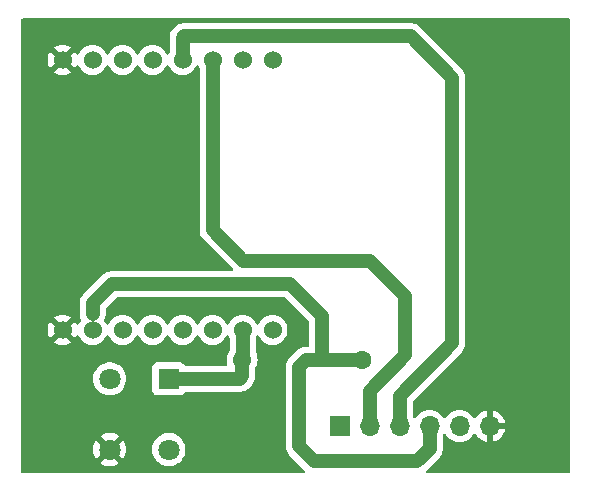
<source format=gbr>
%TF.GenerationSoftware,KiCad,Pcbnew,8.0.4*%
%TF.CreationDate,2024-11-19T14:35:57-03:00*%
%TF.ProjectId,GPS,4750532e-6b69-4636-9164-5f7063625858,rev?*%
%TF.SameCoordinates,Original*%
%TF.FileFunction,Copper,L2,Bot*%
%TF.FilePolarity,Positive*%
%FSLAX46Y46*%
G04 Gerber Fmt 4.6, Leading zero omitted, Abs format (unit mm)*
G04 Created by KiCad (PCBNEW 8.0.4) date 2024-11-19 14:35:57*
%MOMM*%
%LPD*%
G01*
G04 APERTURE LIST*
%TA.AperFunction,ComponentPad*%
%ADD10C,1.600000*%
%TD*%
%TA.AperFunction,ComponentPad*%
%ADD11O,1.600000X1.600000*%
%TD*%
%TA.AperFunction,ComponentPad*%
%ADD12R,1.800000X1.800000*%
%TD*%
%TA.AperFunction,ComponentPad*%
%ADD13C,1.800000*%
%TD*%
%TA.AperFunction,ComponentPad*%
%ADD14R,1.700000X1.700000*%
%TD*%
%TA.AperFunction,ComponentPad*%
%ADD15O,1.700000X1.700000*%
%TD*%
%TA.AperFunction,ComponentPad*%
%ADD16C,1.524000*%
%TD*%
%TA.AperFunction,Conductor*%
%ADD17C,0.200000*%
%TD*%
%TA.AperFunction,Conductor*%
%ADD18C,1.200000*%
%TD*%
G04 APERTURE END LIST*
D10*
%TO.P,R1,1*%
%TO.N,3.3V*%
X128066904Y-94395000D03*
D11*
%TO.P,R1,2*%
%TO.N,Net-(U1-RST)*%
X117906904Y-94395000D03*
%TD*%
D12*
%TO.P,SW1,1,1*%
%TO.N,Net-(U1-RST)*%
X111701904Y-96000000D03*
D13*
%TO.P,SW1,2,2*%
%TO.N,unconnected-(SW1-Pad2)*%
X106701904Y-96000000D03*
%TO.P,SW1,3,3*%
%TO.N,unconnected-(SW1-Pad3)*%
X111701904Y-102000000D03*
%TO.P,SW1,4,4*%
%TO.N,GND*%
X106701904Y-102000000D03*
%TD*%
D14*
%TO.P,J1,1,Pin_1*%
%TO.N,unconnected-(J1-Pin_1-Pad1)*%
X126161904Y-100000000D03*
D15*
%TO.P,J1,2,Pin_2*%
%TO.N,TX_GPS*%
X128701904Y-100000000D03*
%TO.P,J1,3,Pin_3*%
%TO.N,RX_GPS*%
X131241904Y-100000000D03*
%TO.P,J1,4,Pin_4*%
%TO.N,3.3V*%
X133781904Y-100000000D03*
%TO.P,J1,5,Pin_5*%
%TO.N,unconnected-(J1-Pin_5-Pad5)*%
X136321904Y-100000000D03*
%TO.P,J1,6,Pin_6*%
%TO.N,GND*%
X138861904Y-100000000D03*
%TD*%
D16*
%TO.P,U1,1,GND*%
%TO.N,GND*%
X102701904Y-69000000D03*
%TO.P,U1,2*%
%TO.N,N/C*%
X105241904Y-69000000D03*
%TO.P,U1,3*%
X107781904Y-69000000D03*
%TO.P,U1,4*%
X110321904Y-69000000D03*
%TO.P,U1,5,RX*%
%TO.N,RX_GPS*%
X112861904Y-69000000D03*
%TO.P,U1,6,TX*%
%TO.N,TX_GPS*%
X115401904Y-69000000D03*
%TO.P,U1,7*%
%TO.N,N/C*%
X117941904Y-69000000D03*
%TO.P,U1,8*%
X120481904Y-69000000D03*
%TO.P,U1,9*%
X120481904Y-91860000D03*
%TO.P,U1,10,RST*%
%TO.N,Net-(U1-RST)*%
X117941904Y-91860000D03*
%TO.P,U1,11*%
%TO.N,N/C*%
X115401904Y-91860000D03*
%TO.P,U1,12*%
X112861904Y-91860000D03*
%TO.P,U1,13*%
X110321904Y-91860000D03*
%TO.P,U1,14*%
X107781904Y-91860000D03*
%TO.P,U1,15,3.3v*%
%TO.N,3.3V*%
X105241904Y-91860000D03*
%TO.P,U1,16,GND*%
%TO.N,GND*%
X102701904Y-91860000D03*
%TD*%
D17*
%TO.N,Net-(U1-RST)*%
X117941904Y-94360000D02*
X117906904Y-94395000D01*
D18*
X117941904Y-91860000D02*
X117941904Y-94360000D01*
%TO.N,TX_GPS*%
X115401904Y-69000000D02*
X115401904Y-83401904D01*
%TO.N,RX_GPS*%
X132201904Y-67000000D02*
X135701904Y-70500000D01*
X113000000Y-67000000D02*
X132201904Y-67000000D01*
X112861904Y-67138096D02*
X113000000Y-67000000D01*
X112861904Y-69000000D02*
X112861904Y-67138096D01*
%TO.N,3.3V*%
X123306904Y-94395000D02*
X124701904Y-94395000D01*
X122701904Y-101701904D02*
X122701904Y-95000000D01*
X122701904Y-95000000D02*
X123306904Y-94395000D01*
X132701904Y-103000000D02*
X124000000Y-103000000D01*
X124000000Y-103000000D02*
X122701904Y-101701904D01*
X133781904Y-101920000D02*
X132701904Y-103000000D01*
X133781904Y-100000000D02*
X133781904Y-101920000D01*
X105241904Y-89629048D02*
X105241904Y-90500000D01*
X106870952Y-88000000D02*
X105241904Y-89629048D01*
X124701904Y-90701904D02*
X122000000Y-88000000D01*
X122000000Y-88000000D02*
X106870952Y-88000000D01*
X124701904Y-94395000D02*
X124701904Y-90701904D01*
%TO.N,TX_GPS*%
X131701904Y-94000000D02*
X128701904Y-97000000D01*
X128701904Y-97000000D02*
X128701904Y-100000000D01*
X131701904Y-89000000D02*
X131701904Y-94000000D01*
X118000000Y-86000000D02*
X128701904Y-86000000D01*
X115401904Y-83401904D02*
X118000000Y-86000000D01*
X128701904Y-86000000D02*
X131701904Y-89000000D01*
%TO.N,3.3V*%
X124701904Y-94395000D02*
X128066904Y-94395000D01*
%TO.N,Net-(U1-RST)*%
X117906904Y-94395000D02*
X117906904Y-95795000D01*
X117701904Y-96000000D02*
X111701904Y-96000000D01*
X117906904Y-95795000D02*
X117701904Y-96000000D01*
%TO.N,RX_GPS*%
X135701904Y-93000000D02*
X131241904Y-97460000D01*
X131241904Y-97460000D02*
X131241904Y-100000000D01*
X135701904Y-70500000D02*
X135701904Y-93000000D01*
%TD*%
%TA.AperFunction,Conductor*%
%TO.N,GND*%
G36*
X145644443Y-65520185D02*
G01*
X145690198Y-65572989D01*
X145701404Y-65624500D01*
X145701404Y-103875500D01*
X145681719Y-103942539D01*
X145628915Y-103988294D01*
X145577404Y-103999500D01*
X133558108Y-103999500D01*
X133491069Y-103979815D01*
X133445314Y-103927011D01*
X133435370Y-103857853D01*
X133464395Y-103794297D01*
X133470427Y-103787819D01*
X133971770Y-103286476D01*
X134621318Y-102636928D01*
X134664455Y-102577555D01*
X134723136Y-102496788D01*
X134801777Y-102342445D01*
X134855306Y-102177701D01*
X134882404Y-102006611D01*
X134882404Y-100821945D01*
X134902089Y-100754906D01*
X134904829Y-100750822D01*
X134930948Y-100713520D01*
X134950330Y-100685840D01*
X135004904Y-100642217D01*
X135074403Y-100635023D01*
X135136758Y-100666546D01*
X135153478Y-100685841D01*
X135198225Y-100749746D01*
X135283409Y-100871401D01*
X135450503Y-101038495D01*
X135547288Y-101106265D01*
X135644069Y-101174032D01*
X135644071Y-101174033D01*
X135644074Y-101174035D01*
X135858241Y-101273903D01*
X136086496Y-101335063D01*
X136262938Y-101350500D01*
X136321903Y-101355659D01*
X136321904Y-101355659D01*
X136321905Y-101355659D01*
X136380870Y-101350500D01*
X136557312Y-101335063D01*
X136785567Y-101273903D01*
X136999734Y-101174035D01*
X137193305Y-101038495D01*
X137360399Y-100871401D01*
X137490634Y-100685405D01*
X137545211Y-100641781D01*
X137614709Y-100634587D01*
X137677064Y-100666110D01*
X137693783Y-100685405D01*
X137823794Y-100871078D01*
X137990821Y-101038105D01*
X138184325Y-101173600D01*
X138398411Y-101273429D01*
X138398420Y-101273433D01*
X138611904Y-101330634D01*
X138611904Y-100433012D01*
X138668911Y-100465925D01*
X138796078Y-100500000D01*
X138927730Y-100500000D01*
X139054897Y-100465925D01*
X139111904Y-100433012D01*
X139111904Y-101330633D01*
X139325387Y-101273433D01*
X139325396Y-101273429D01*
X139539482Y-101173600D01*
X139732986Y-101038105D01*
X139900009Y-100871082D01*
X140035504Y-100677578D01*
X140135333Y-100463492D01*
X140135336Y-100463486D01*
X140192540Y-100250000D01*
X139294916Y-100250000D01*
X139327829Y-100192993D01*
X139361904Y-100065826D01*
X139361904Y-99934174D01*
X139327829Y-99807007D01*
X139294916Y-99750000D01*
X140192540Y-99750000D01*
X140192539Y-99749999D01*
X140135336Y-99536513D01*
X140135333Y-99536507D01*
X140035504Y-99322422D01*
X140035503Y-99322420D01*
X139900017Y-99128926D01*
X139900012Y-99128920D01*
X139732986Y-98961894D01*
X139539482Y-98826399D01*
X139325396Y-98726570D01*
X139325390Y-98726567D01*
X139111904Y-98669364D01*
X139111904Y-99566988D01*
X139054897Y-99534075D01*
X138927730Y-99500000D01*
X138796078Y-99500000D01*
X138668911Y-99534075D01*
X138611904Y-99566988D01*
X138611904Y-98669364D01*
X138611903Y-98669364D01*
X138398417Y-98726567D01*
X138398411Y-98726570D01*
X138184326Y-98826399D01*
X138184324Y-98826400D01*
X137990830Y-98961886D01*
X137990824Y-98961891D01*
X137823795Y-99128920D01*
X137823794Y-99128922D01*
X137693784Y-99314595D01*
X137639207Y-99358219D01*
X137569708Y-99365412D01*
X137507354Y-99333890D01*
X137490634Y-99314594D01*
X137360398Y-99128597D01*
X137193306Y-98961506D01*
X137193299Y-98961501D01*
X136999738Y-98825967D01*
X136999734Y-98825965D01*
X136994364Y-98823461D01*
X136785567Y-98726097D01*
X136785563Y-98726096D01*
X136785559Y-98726094D01*
X136557317Y-98664938D01*
X136557307Y-98664936D01*
X136321905Y-98644341D01*
X136321903Y-98644341D01*
X136086500Y-98664936D01*
X136086490Y-98664938D01*
X135858248Y-98726094D01*
X135858241Y-98726096D01*
X135858241Y-98726097D01*
X135844720Y-98732401D01*
X135644075Y-98825964D01*
X135644073Y-98825965D01*
X135450501Y-98961505D01*
X135283409Y-99128597D01*
X135153479Y-99314158D01*
X135098902Y-99357783D01*
X135029404Y-99364977D01*
X134967049Y-99333454D01*
X134950329Y-99314158D01*
X134820398Y-99128597D01*
X134653306Y-98961506D01*
X134653299Y-98961501D01*
X134459738Y-98825967D01*
X134459734Y-98825965D01*
X134454364Y-98823461D01*
X134245567Y-98726097D01*
X134245563Y-98726096D01*
X134245559Y-98726094D01*
X134017317Y-98664938D01*
X134017307Y-98664936D01*
X133781905Y-98644341D01*
X133781903Y-98644341D01*
X133546500Y-98664936D01*
X133546490Y-98664938D01*
X133318248Y-98726094D01*
X133318241Y-98726096D01*
X133318241Y-98726097D01*
X133304720Y-98732401D01*
X133104075Y-98825964D01*
X133104073Y-98825965D01*
X132910501Y-98961505D01*
X132743412Y-99128594D01*
X132613478Y-99314160D01*
X132558901Y-99357784D01*
X132489402Y-99364977D01*
X132427048Y-99333455D01*
X132410328Y-99314158D01*
X132364829Y-99249177D01*
X132364828Y-99249175D01*
X132342501Y-99182969D01*
X132342404Y-99178054D01*
X132342404Y-97967204D01*
X132362089Y-97900165D01*
X132378723Y-97879523D01*
X134433935Y-95824311D01*
X136541318Y-93716928D01*
X136643136Y-93576788D01*
X136719571Y-93426772D01*
X136721475Y-93423372D01*
X136721776Y-93422446D01*
X136721777Y-93422445D01*
X136775306Y-93257701D01*
X136802404Y-93086611D01*
X136802404Y-70413389D01*
X136775306Y-70242299D01*
X136764170Y-70208029D01*
X136758603Y-70190893D01*
X136721778Y-70077556D01*
X136721777Y-70077553D01*
X136643135Y-69923211D01*
X136541318Y-69783072D01*
X132918832Y-66160586D01*
X132778692Y-66058768D01*
X132624349Y-65980127D01*
X132459605Y-65926598D01*
X132459603Y-65926597D01*
X132459602Y-65926597D01*
X132328175Y-65905781D01*
X132288515Y-65899500D01*
X113086611Y-65899500D01*
X112913389Y-65899500D01*
X112827844Y-65913049D01*
X112742298Y-65926598D01*
X112577549Y-65980128D01*
X112423211Y-66058768D01*
X112343256Y-66116859D01*
X112283072Y-66160586D01*
X112283070Y-66160588D01*
X112283069Y-66160588D01*
X112022492Y-66421165D01*
X112022492Y-66421166D01*
X112022490Y-66421168D01*
X111978763Y-66481352D01*
X111920672Y-66561307D01*
X111842032Y-66715648D01*
X111788501Y-66880398D01*
X111761404Y-67051485D01*
X111761404Y-68345208D01*
X111749786Y-68397613D01*
X111704285Y-68495189D01*
X111658112Y-68547628D01*
X111590919Y-68566780D01*
X111524038Y-68546564D01*
X111479521Y-68495188D01*
X111434021Y-68397613D01*
X111419438Y-68366339D01*
X111292730Y-68185380D01*
X111136524Y-68029174D01*
X111136520Y-68029171D01*
X111136519Y-68029170D01*
X110955570Y-67902468D01*
X110955566Y-67902466D01*
X110955564Y-67902465D01*
X110755354Y-67809106D01*
X110755351Y-67809105D01*
X110755349Y-67809104D01*
X110541974Y-67751930D01*
X110541966Y-67751929D01*
X110321906Y-67732677D01*
X110321902Y-67732677D01*
X110101841Y-67751929D01*
X110101833Y-67751930D01*
X109888458Y-67809104D01*
X109888452Y-67809107D01*
X109688244Y-67902465D01*
X109688242Y-67902466D01*
X109507281Y-68029175D01*
X109351079Y-68185377D01*
X109224370Y-68366338D01*
X109224369Y-68366340D01*
X109164286Y-68495189D01*
X109118113Y-68547628D01*
X109050920Y-68566780D01*
X108984039Y-68546564D01*
X108939522Y-68495189D01*
X108894021Y-68397613D01*
X108879438Y-68366339D01*
X108752730Y-68185380D01*
X108596524Y-68029174D01*
X108596520Y-68029171D01*
X108596519Y-68029170D01*
X108415570Y-67902468D01*
X108415566Y-67902466D01*
X108415564Y-67902465D01*
X108215354Y-67809106D01*
X108215351Y-67809105D01*
X108215349Y-67809104D01*
X108001974Y-67751930D01*
X108001966Y-67751929D01*
X107781906Y-67732677D01*
X107781902Y-67732677D01*
X107561841Y-67751929D01*
X107561833Y-67751930D01*
X107348458Y-67809104D01*
X107348452Y-67809107D01*
X107148244Y-67902465D01*
X107148242Y-67902466D01*
X106967281Y-68029175D01*
X106811079Y-68185377D01*
X106684370Y-68366338D01*
X106684369Y-68366340D01*
X106624286Y-68495189D01*
X106578113Y-68547628D01*
X106510920Y-68566780D01*
X106444039Y-68546564D01*
X106399522Y-68495189D01*
X106354021Y-68397613D01*
X106339438Y-68366339D01*
X106212730Y-68185380D01*
X106056524Y-68029174D01*
X106056520Y-68029171D01*
X106056519Y-68029170D01*
X105875570Y-67902468D01*
X105875566Y-67902466D01*
X105875564Y-67902465D01*
X105675354Y-67809106D01*
X105675351Y-67809105D01*
X105675349Y-67809104D01*
X105461974Y-67751930D01*
X105461966Y-67751929D01*
X105241906Y-67732677D01*
X105241902Y-67732677D01*
X105021841Y-67751929D01*
X105021833Y-67751930D01*
X104808458Y-67809104D01*
X104808452Y-67809107D01*
X104608244Y-67902465D01*
X104608242Y-67902466D01*
X104427281Y-68029175D01*
X104271079Y-68185377D01*
X104144371Y-68366337D01*
X104084009Y-68495782D01*
X104037836Y-68548221D01*
X103970642Y-68567372D01*
X103903761Y-68547156D01*
X103859245Y-68495780D01*
X103799002Y-68366589D01*
X103799001Y-68366587D01*
X103753645Y-68301811D01*
X103753644Y-68301810D01*
X103082904Y-68972551D01*
X103082904Y-68949840D01*
X103056940Y-68852939D01*
X103006780Y-68766060D01*
X102935844Y-68695124D01*
X102848965Y-68644964D01*
X102752064Y-68619000D01*
X102729352Y-68619000D01*
X103400092Y-67948259D01*
X103400091Y-67948258D01*
X103335315Y-67902901D01*
X103335309Y-67902898D01*
X103135188Y-67809580D01*
X103135174Y-67809575D01*
X102921890Y-67752426D01*
X102921880Y-67752424D01*
X102701905Y-67733179D01*
X102701903Y-67733179D01*
X102481927Y-67752424D01*
X102481917Y-67752426D01*
X102268633Y-67809575D01*
X102268624Y-67809579D01*
X102068494Y-67902901D01*
X102003715Y-67948258D01*
X102674457Y-68619000D01*
X102651744Y-68619000D01*
X102554843Y-68644964D01*
X102467964Y-68695124D01*
X102397028Y-68766060D01*
X102346868Y-68852939D01*
X102320904Y-68949840D01*
X102320904Y-68972553D01*
X101650162Y-68301811D01*
X101604805Y-68366590D01*
X101511483Y-68566720D01*
X101511479Y-68566729D01*
X101454330Y-68780013D01*
X101454328Y-68780023D01*
X101435083Y-68999999D01*
X101435083Y-69000000D01*
X101454328Y-69219976D01*
X101454330Y-69219986D01*
X101511479Y-69433270D01*
X101511484Y-69433284D01*
X101604802Y-69633405D01*
X101604805Y-69633411D01*
X101650162Y-69698187D01*
X101650163Y-69698188D01*
X102320904Y-69027447D01*
X102320904Y-69050160D01*
X102346868Y-69147061D01*
X102397028Y-69233940D01*
X102467964Y-69304876D01*
X102554843Y-69355036D01*
X102651744Y-69381000D01*
X102674457Y-69381000D01*
X102003714Y-70051740D01*
X102068494Y-70097099D01*
X102068496Y-70097100D01*
X102268619Y-70190419D01*
X102268633Y-70190424D01*
X102481917Y-70247573D01*
X102481927Y-70247575D01*
X102701903Y-70266821D01*
X102701905Y-70266821D01*
X102921880Y-70247575D01*
X102921890Y-70247573D01*
X103135174Y-70190424D01*
X103135188Y-70190419D01*
X103335311Y-70097100D01*
X103335321Y-70097094D01*
X103400092Y-70051741D01*
X102729352Y-69381000D01*
X102752064Y-69381000D01*
X102848965Y-69355036D01*
X102935844Y-69304876D01*
X103006780Y-69233940D01*
X103056940Y-69147061D01*
X103082904Y-69050160D01*
X103082904Y-69027447D01*
X103753645Y-69698188D01*
X103798998Y-69633417D01*
X103798999Y-69633416D01*
X103859244Y-69504219D01*
X103905416Y-69451780D01*
X103972610Y-69432627D01*
X104039491Y-69452842D01*
X104084009Y-69504218D01*
X104144370Y-69633662D01*
X104144372Y-69633666D01*
X104271074Y-69814615D01*
X104271079Y-69814621D01*
X104427282Y-69970824D01*
X104427288Y-69970829D01*
X104608237Y-70097531D01*
X104608239Y-70097532D01*
X104608242Y-70097534D01*
X104808454Y-70190894D01*
X105021836Y-70248070D01*
X105179027Y-70261822D01*
X105241902Y-70267323D01*
X105241904Y-70267323D01*
X105241906Y-70267323D01*
X105296921Y-70262509D01*
X105461972Y-70248070D01*
X105675354Y-70190894D01*
X105875566Y-70097534D01*
X106056524Y-69970826D01*
X106212730Y-69814620D01*
X106339438Y-69633662D01*
X106399522Y-69504811D01*
X106445694Y-69452371D01*
X106512887Y-69433219D01*
X106579769Y-69453435D01*
X106624286Y-69504811D01*
X106684368Y-69633658D01*
X106684372Y-69633666D01*
X106811074Y-69814615D01*
X106811079Y-69814621D01*
X106967282Y-69970824D01*
X106967288Y-69970829D01*
X107148237Y-70097531D01*
X107148239Y-70097532D01*
X107148242Y-70097534D01*
X107348454Y-70190894D01*
X107561836Y-70248070D01*
X107719027Y-70261822D01*
X107781902Y-70267323D01*
X107781904Y-70267323D01*
X107781906Y-70267323D01*
X107836921Y-70262509D01*
X108001972Y-70248070D01*
X108215354Y-70190894D01*
X108415566Y-70097534D01*
X108596524Y-69970826D01*
X108752730Y-69814620D01*
X108879438Y-69633662D01*
X108939522Y-69504811D01*
X108985694Y-69452371D01*
X109052887Y-69433219D01*
X109119769Y-69453435D01*
X109164286Y-69504811D01*
X109224368Y-69633658D01*
X109224372Y-69633666D01*
X109351074Y-69814615D01*
X109351079Y-69814621D01*
X109507282Y-69970824D01*
X109507288Y-69970829D01*
X109688237Y-70097531D01*
X109688239Y-70097532D01*
X109688242Y-70097534D01*
X109888454Y-70190894D01*
X110101836Y-70248070D01*
X110259027Y-70261822D01*
X110321902Y-70267323D01*
X110321904Y-70267323D01*
X110321906Y-70267323D01*
X110376921Y-70262509D01*
X110541972Y-70248070D01*
X110755354Y-70190894D01*
X110955566Y-70097534D01*
X111136524Y-69970826D01*
X111292730Y-69814620D01*
X111419438Y-69633662D01*
X111479522Y-69504811D01*
X111525694Y-69452371D01*
X111592887Y-69433219D01*
X111659769Y-69453435D01*
X111704286Y-69504811D01*
X111764368Y-69633658D01*
X111764372Y-69633666D01*
X111891074Y-69814615D01*
X111891079Y-69814621D01*
X112047282Y-69970824D01*
X112047288Y-69970829D01*
X112228237Y-70097531D01*
X112228239Y-70097532D01*
X112228242Y-70097534D01*
X112428454Y-70190894D01*
X112641836Y-70248070D01*
X112799027Y-70261822D01*
X112861902Y-70267323D01*
X112861904Y-70267323D01*
X112861906Y-70267323D01*
X112916921Y-70262509D01*
X113081972Y-70248070D01*
X113295354Y-70190894D01*
X113495566Y-70097534D01*
X113676524Y-69970826D01*
X113832730Y-69814620D01*
X113959438Y-69633662D01*
X114019524Y-69504806D01*
X114065692Y-69452372D01*
X114132886Y-69433219D01*
X114199767Y-69453434D01*
X114244285Y-69504810D01*
X114289786Y-69602386D01*
X114301404Y-69654791D01*
X114301404Y-83315293D01*
X114301404Y-83488515D01*
X114328502Y-83659605D01*
X114382031Y-83824349D01*
X114460672Y-83978692D01*
X114562490Y-84118832D01*
X114562492Y-84118834D01*
X117131476Y-86687819D01*
X117164961Y-86749142D01*
X117159977Y-86818834D01*
X117118105Y-86874767D01*
X117052641Y-86899184D01*
X117043795Y-86899500D01*
X106957563Y-86899500D01*
X106784341Y-86899500D01*
X106744680Y-86905781D01*
X106613254Y-86926597D01*
X106448504Y-86980128D01*
X106294163Y-87058768D01*
X106236725Y-87100500D01*
X106154024Y-87160586D01*
X106154022Y-87160588D01*
X106154021Y-87160588D01*
X104402492Y-88912117D01*
X104402492Y-88912118D01*
X104402490Y-88912120D01*
X104358763Y-88972304D01*
X104300672Y-89052259D01*
X104222032Y-89206600D01*
X104168501Y-89371350D01*
X104155119Y-89455842D01*
X104141404Y-89542437D01*
X104141404Y-90586611D01*
X104168502Y-90757701D01*
X104211219Y-90889170D01*
X104222030Y-90922442D01*
X104222034Y-90922452D01*
X104245119Y-90967759D01*
X104258015Y-91036428D01*
X104236210Y-91095175D01*
X104144370Y-91226338D01*
X104084009Y-91355782D01*
X104037836Y-91408221D01*
X103970642Y-91427372D01*
X103903761Y-91407156D01*
X103859245Y-91355780D01*
X103799002Y-91226589D01*
X103799001Y-91226587D01*
X103753645Y-91161811D01*
X103753644Y-91161810D01*
X103082904Y-91832551D01*
X103082904Y-91809840D01*
X103056940Y-91712939D01*
X103006780Y-91626060D01*
X102935844Y-91555124D01*
X102848965Y-91504964D01*
X102752064Y-91479000D01*
X102729352Y-91479000D01*
X103400092Y-90808259D01*
X103400091Y-90808258D01*
X103335315Y-90762901D01*
X103335309Y-90762898D01*
X103135188Y-90669580D01*
X103135174Y-90669575D01*
X102921890Y-90612426D01*
X102921880Y-90612424D01*
X102701905Y-90593179D01*
X102701903Y-90593179D01*
X102481927Y-90612424D01*
X102481917Y-90612426D01*
X102268633Y-90669575D01*
X102268624Y-90669579D01*
X102068494Y-90762901D01*
X102003715Y-90808258D01*
X102674457Y-91479000D01*
X102651744Y-91479000D01*
X102554843Y-91504964D01*
X102467964Y-91555124D01*
X102397028Y-91626060D01*
X102346868Y-91712939D01*
X102320904Y-91809840D01*
X102320904Y-91832553D01*
X101650162Y-91161811D01*
X101604805Y-91226590D01*
X101511483Y-91426720D01*
X101511479Y-91426729D01*
X101454330Y-91640013D01*
X101454328Y-91640023D01*
X101435083Y-91859999D01*
X101435083Y-91860000D01*
X101454328Y-92079976D01*
X101454330Y-92079986D01*
X101511479Y-92293270D01*
X101511484Y-92293284D01*
X101604802Y-92493405D01*
X101604805Y-92493411D01*
X101650162Y-92558187D01*
X101650163Y-92558188D01*
X102320904Y-91887447D01*
X102320904Y-91910160D01*
X102346868Y-92007061D01*
X102397028Y-92093940D01*
X102467964Y-92164876D01*
X102554843Y-92215036D01*
X102651744Y-92241000D01*
X102674457Y-92241000D01*
X102003714Y-92911740D01*
X102068494Y-92957099D01*
X102068496Y-92957100D01*
X102268619Y-93050419D01*
X102268633Y-93050424D01*
X102481917Y-93107573D01*
X102481927Y-93107575D01*
X102701903Y-93126821D01*
X102701905Y-93126821D01*
X102921880Y-93107575D01*
X102921890Y-93107573D01*
X103135174Y-93050424D01*
X103135188Y-93050419D01*
X103335311Y-92957100D01*
X103335321Y-92957094D01*
X103400092Y-92911741D01*
X102729352Y-92241000D01*
X102752064Y-92241000D01*
X102848965Y-92215036D01*
X102935844Y-92164876D01*
X103006780Y-92093940D01*
X103056940Y-92007061D01*
X103082904Y-91910160D01*
X103082904Y-91887447D01*
X103753645Y-92558188D01*
X103798998Y-92493417D01*
X103798999Y-92493416D01*
X103859244Y-92364219D01*
X103905416Y-92311780D01*
X103972610Y-92292627D01*
X104039491Y-92312842D01*
X104084009Y-92364218D01*
X104144370Y-92493662D01*
X104144372Y-92493666D01*
X104271074Y-92674615D01*
X104271079Y-92674621D01*
X104427282Y-92830824D01*
X104427288Y-92830829D01*
X104608237Y-92957531D01*
X104608239Y-92957532D01*
X104608242Y-92957534D01*
X104808454Y-93050894D01*
X105021836Y-93108070D01*
X105179027Y-93121822D01*
X105241902Y-93127323D01*
X105241904Y-93127323D01*
X105241906Y-93127323D01*
X105296921Y-93122509D01*
X105461972Y-93108070D01*
X105675354Y-93050894D01*
X105875566Y-92957534D01*
X106056524Y-92830826D01*
X106212730Y-92674620D01*
X106339438Y-92493662D01*
X106399522Y-92364811D01*
X106445694Y-92312371D01*
X106512887Y-92293219D01*
X106579769Y-92313435D01*
X106624286Y-92364811D01*
X106684368Y-92493658D01*
X106684372Y-92493666D01*
X106811074Y-92674615D01*
X106811079Y-92674621D01*
X106967282Y-92830824D01*
X106967288Y-92830829D01*
X107148237Y-92957531D01*
X107148239Y-92957532D01*
X107148242Y-92957534D01*
X107348454Y-93050894D01*
X107561836Y-93108070D01*
X107719027Y-93121822D01*
X107781902Y-93127323D01*
X107781904Y-93127323D01*
X107781906Y-93127323D01*
X107836921Y-93122509D01*
X108001972Y-93108070D01*
X108215354Y-93050894D01*
X108415566Y-92957534D01*
X108596524Y-92830826D01*
X108752730Y-92674620D01*
X108879438Y-92493662D01*
X108939522Y-92364811D01*
X108985694Y-92312371D01*
X109052887Y-92293219D01*
X109119769Y-92313435D01*
X109164286Y-92364811D01*
X109224368Y-92493658D01*
X109224372Y-92493666D01*
X109351074Y-92674615D01*
X109351079Y-92674621D01*
X109507282Y-92830824D01*
X109507288Y-92830829D01*
X109688237Y-92957531D01*
X109688239Y-92957532D01*
X109688242Y-92957534D01*
X109888454Y-93050894D01*
X110101836Y-93108070D01*
X110259027Y-93121822D01*
X110321902Y-93127323D01*
X110321904Y-93127323D01*
X110321906Y-93127323D01*
X110376921Y-93122509D01*
X110541972Y-93108070D01*
X110755354Y-93050894D01*
X110955566Y-92957534D01*
X111136524Y-92830826D01*
X111292730Y-92674620D01*
X111419438Y-92493662D01*
X111479522Y-92364811D01*
X111525694Y-92312371D01*
X111592887Y-92293219D01*
X111659769Y-92313435D01*
X111704286Y-92364811D01*
X111764368Y-92493658D01*
X111764372Y-92493666D01*
X111891074Y-92674615D01*
X111891079Y-92674621D01*
X112047282Y-92830824D01*
X112047288Y-92830829D01*
X112228237Y-92957531D01*
X112228239Y-92957532D01*
X112228242Y-92957534D01*
X112428454Y-93050894D01*
X112641836Y-93108070D01*
X112799027Y-93121822D01*
X112861902Y-93127323D01*
X112861904Y-93127323D01*
X112861906Y-93127323D01*
X112916921Y-93122509D01*
X113081972Y-93108070D01*
X113295354Y-93050894D01*
X113495566Y-92957534D01*
X113676524Y-92830826D01*
X113832730Y-92674620D01*
X113959438Y-92493662D01*
X114019522Y-92364811D01*
X114065694Y-92312371D01*
X114132887Y-92293219D01*
X114199769Y-92313435D01*
X114244286Y-92364811D01*
X114304368Y-92493658D01*
X114304372Y-92493666D01*
X114431074Y-92674615D01*
X114431079Y-92674621D01*
X114587282Y-92830824D01*
X114587288Y-92830829D01*
X114768237Y-92957531D01*
X114768239Y-92957532D01*
X114768242Y-92957534D01*
X114968454Y-93050894D01*
X115181836Y-93108070D01*
X115339027Y-93121822D01*
X115401902Y-93127323D01*
X115401904Y-93127323D01*
X115401906Y-93127323D01*
X115456921Y-93122509D01*
X115621972Y-93108070D01*
X115835354Y-93050894D01*
X116035566Y-92957534D01*
X116216524Y-92830826D01*
X116372730Y-92674620D01*
X116499438Y-92493662D01*
X116559524Y-92364806D01*
X116605692Y-92312372D01*
X116672886Y-92293219D01*
X116739767Y-92313434D01*
X116784285Y-92364810D01*
X116829786Y-92462386D01*
X116841404Y-92514791D01*
X116841404Y-93610241D01*
X116821719Y-93677280D01*
X116818980Y-93681363D01*
X116776335Y-93742267D01*
X116680165Y-93948502D01*
X116680162Y-93948511D01*
X116621270Y-94168302D01*
X116621268Y-94168313D01*
X116601436Y-94394998D01*
X116601436Y-94395001D01*
X116621268Y-94621686D01*
X116621270Y-94621697D01*
X116653882Y-94743407D01*
X116652219Y-94813257D01*
X116613056Y-94871119D01*
X116548828Y-94898623D01*
X116534107Y-94899500D01*
X113139084Y-94899500D01*
X113072045Y-94879815D01*
X113039817Y-94849811D01*
X112959450Y-94742454D01*
X112920186Y-94713061D01*
X112844239Y-94656206D01*
X112844232Y-94656202D01*
X112709386Y-94605908D01*
X112709387Y-94605908D01*
X112649787Y-94599501D01*
X112649785Y-94599500D01*
X112649777Y-94599500D01*
X112649768Y-94599500D01*
X110754033Y-94599500D01*
X110754027Y-94599501D01*
X110694420Y-94605908D01*
X110559575Y-94656202D01*
X110559568Y-94656206D01*
X110444359Y-94742452D01*
X110444356Y-94742455D01*
X110358110Y-94857664D01*
X110358106Y-94857671D01*
X110307812Y-94992517D01*
X110301405Y-95052116D01*
X110301404Y-95052135D01*
X110301404Y-96947870D01*
X110301405Y-96947876D01*
X110307812Y-97007483D01*
X110358106Y-97142328D01*
X110358110Y-97142335D01*
X110444356Y-97257544D01*
X110444359Y-97257547D01*
X110559568Y-97343793D01*
X110559575Y-97343797D01*
X110694421Y-97394091D01*
X110694420Y-97394091D01*
X110701348Y-97394835D01*
X110754031Y-97400500D01*
X112649776Y-97400499D01*
X112709387Y-97394091D01*
X112844235Y-97343796D01*
X112959450Y-97257546D01*
X113039818Y-97150188D01*
X113095751Y-97108318D01*
X113139084Y-97100500D01*
X117788514Y-97100500D01*
X117788515Y-97100500D01*
X117959605Y-97073402D01*
X118124349Y-97019873D01*
X118278692Y-96941232D01*
X118418832Y-96839414D01*
X118746318Y-96511928D01*
X118848136Y-96371788D01*
X118926777Y-96217445D01*
X118980306Y-96052701D01*
X119007404Y-95881611D01*
X119007404Y-95708389D01*
X119007404Y-95129772D01*
X119027089Y-95062733D01*
X119029831Y-95058646D01*
X119034390Y-95052135D01*
X119037472Y-95047734D01*
X119133643Y-94841496D01*
X119192539Y-94621692D01*
X119212372Y-94395000D01*
X119192539Y-94168308D01*
X119133643Y-93948504D01*
X119054022Y-93777756D01*
X119042404Y-93725351D01*
X119042404Y-92514791D01*
X119054022Y-92462387D01*
X119099522Y-92364811D01*
X119145694Y-92312371D01*
X119212887Y-92293219D01*
X119279769Y-92313434D01*
X119324286Y-92364811D01*
X119384368Y-92493658D01*
X119384372Y-92493666D01*
X119511074Y-92674615D01*
X119511079Y-92674621D01*
X119667282Y-92830824D01*
X119667288Y-92830829D01*
X119848237Y-92957531D01*
X119848239Y-92957532D01*
X119848242Y-92957534D01*
X120048454Y-93050894D01*
X120261836Y-93108070D01*
X120419027Y-93121822D01*
X120481902Y-93127323D01*
X120481904Y-93127323D01*
X120481906Y-93127323D01*
X120536921Y-93122509D01*
X120701972Y-93108070D01*
X120915354Y-93050894D01*
X121115566Y-92957534D01*
X121296524Y-92830826D01*
X121452730Y-92674620D01*
X121579438Y-92493662D01*
X121672798Y-92293450D01*
X121729974Y-92080068D01*
X121749227Y-91860000D01*
X121729974Y-91639932D01*
X121672798Y-91426550D01*
X121579438Y-91226339D01*
X121452730Y-91045380D01*
X121296524Y-90889174D01*
X121296520Y-90889171D01*
X121296519Y-90889170D01*
X121115570Y-90762468D01*
X121115566Y-90762466D01*
X121105339Y-90757697D01*
X120915354Y-90669106D01*
X120915351Y-90669105D01*
X120915349Y-90669104D01*
X120701974Y-90611930D01*
X120701966Y-90611929D01*
X120481906Y-90592677D01*
X120481902Y-90592677D01*
X120261841Y-90611929D01*
X120261833Y-90611930D01*
X120048458Y-90669104D01*
X120048452Y-90669107D01*
X119848244Y-90762465D01*
X119848242Y-90762466D01*
X119667281Y-90889175D01*
X119511079Y-91045377D01*
X119384370Y-91226338D01*
X119384369Y-91226340D01*
X119324286Y-91355189D01*
X119278113Y-91407628D01*
X119210920Y-91426780D01*
X119144039Y-91406564D01*
X119099522Y-91355189D01*
X119039555Y-91226590D01*
X119039438Y-91226339D01*
X118912730Y-91045380D01*
X118756524Y-90889174D01*
X118756520Y-90889171D01*
X118756519Y-90889170D01*
X118575570Y-90762468D01*
X118575566Y-90762466D01*
X118565339Y-90757697D01*
X118375354Y-90669106D01*
X118375351Y-90669105D01*
X118375349Y-90669104D01*
X118161974Y-90611930D01*
X118161966Y-90611929D01*
X117941906Y-90592677D01*
X117941902Y-90592677D01*
X117721841Y-90611929D01*
X117721833Y-90611930D01*
X117508458Y-90669104D01*
X117508452Y-90669107D01*
X117308244Y-90762465D01*
X117308242Y-90762466D01*
X117127281Y-90889175D01*
X116971079Y-91045377D01*
X116844370Y-91226338D01*
X116844369Y-91226340D01*
X116784286Y-91355189D01*
X116738113Y-91407628D01*
X116670920Y-91426780D01*
X116604039Y-91406564D01*
X116559522Y-91355189D01*
X116499555Y-91226590D01*
X116499438Y-91226339D01*
X116372730Y-91045380D01*
X116216524Y-90889174D01*
X116216520Y-90889171D01*
X116216519Y-90889170D01*
X116035570Y-90762468D01*
X116035566Y-90762466D01*
X116025339Y-90757697D01*
X115835354Y-90669106D01*
X115835351Y-90669105D01*
X115835349Y-90669104D01*
X115621974Y-90611930D01*
X115621966Y-90611929D01*
X115401906Y-90592677D01*
X115401902Y-90592677D01*
X115181841Y-90611929D01*
X115181833Y-90611930D01*
X114968458Y-90669104D01*
X114968452Y-90669107D01*
X114768244Y-90762465D01*
X114768242Y-90762466D01*
X114587281Y-90889175D01*
X114431079Y-91045377D01*
X114304370Y-91226338D01*
X114304369Y-91226340D01*
X114244286Y-91355189D01*
X114198113Y-91407628D01*
X114130920Y-91426780D01*
X114064039Y-91406564D01*
X114019522Y-91355189D01*
X113959555Y-91226590D01*
X113959438Y-91226339D01*
X113832730Y-91045380D01*
X113676524Y-90889174D01*
X113676520Y-90889171D01*
X113676519Y-90889170D01*
X113495570Y-90762468D01*
X113495566Y-90762466D01*
X113485339Y-90757697D01*
X113295354Y-90669106D01*
X113295351Y-90669105D01*
X113295349Y-90669104D01*
X113081974Y-90611930D01*
X113081966Y-90611929D01*
X112861906Y-90592677D01*
X112861902Y-90592677D01*
X112641841Y-90611929D01*
X112641833Y-90611930D01*
X112428458Y-90669104D01*
X112428452Y-90669107D01*
X112228244Y-90762465D01*
X112228242Y-90762466D01*
X112047281Y-90889175D01*
X111891079Y-91045377D01*
X111764370Y-91226338D01*
X111764369Y-91226340D01*
X111704286Y-91355189D01*
X111658113Y-91407628D01*
X111590920Y-91426780D01*
X111524039Y-91406564D01*
X111479522Y-91355189D01*
X111419555Y-91226590D01*
X111419438Y-91226339D01*
X111292730Y-91045380D01*
X111136524Y-90889174D01*
X111136520Y-90889171D01*
X111136519Y-90889170D01*
X110955570Y-90762468D01*
X110955566Y-90762466D01*
X110945339Y-90757697D01*
X110755354Y-90669106D01*
X110755351Y-90669105D01*
X110755349Y-90669104D01*
X110541974Y-90611930D01*
X110541966Y-90611929D01*
X110321906Y-90592677D01*
X110321902Y-90592677D01*
X110101841Y-90611929D01*
X110101833Y-90611930D01*
X109888458Y-90669104D01*
X109888452Y-90669107D01*
X109688244Y-90762465D01*
X109688242Y-90762466D01*
X109507281Y-90889175D01*
X109351079Y-91045377D01*
X109224370Y-91226338D01*
X109224369Y-91226340D01*
X109164286Y-91355189D01*
X109118113Y-91407628D01*
X109050920Y-91426780D01*
X108984039Y-91406564D01*
X108939522Y-91355189D01*
X108879555Y-91226590D01*
X108879438Y-91226339D01*
X108752730Y-91045380D01*
X108596524Y-90889174D01*
X108596520Y-90889171D01*
X108596519Y-90889170D01*
X108415570Y-90762468D01*
X108415566Y-90762466D01*
X108405339Y-90757697D01*
X108215354Y-90669106D01*
X108215351Y-90669105D01*
X108215349Y-90669104D01*
X108001974Y-90611930D01*
X108001966Y-90611929D01*
X107781906Y-90592677D01*
X107781902Y-90592677D01*
X107561841Y-90611929D01*
X107561833Y-90611930D01*
X107348458Y-90669104D01*
X107348452Y-90669107D01*
X107148244Y-90762465D01*
X107148242Y-90762466D01*
X106967281Y-90889175D01*
X106811079Y-91045377D01*
X106684370Y-91226338D01*
X106684369Y-91226340D01*
X106624286Y-91355189D01*
X106578113Y-91407628D01*
X106510920Y-91426780D01*
X106444039Y-91406564D01*
X106399522Y-91355189D01*
X106339555Y-91226590D01*
X106339438Y-91226339D01*
X106247597Y-91095175D01*
X106225271Y-91028971D01*
X106238689Y-90967758D01*
X106261775Y-90922449D01*
X106261775Y-90922448D01*
X106261777Y-90922445D01*
X106315306Y-90757701D01*
X106342404Y-90586611D01*
X106342404Y-90136252D01*
X106362089Y-90069213D01*
X106378723Y-90048571D01*
X107290475Y-89136819D01*
X107351798Y-89103334D01*
X107378156Y-89100500D01*
X121492796Y-89100500D01*
X121559835Y-89120185D01*
X121580477Y-89136819D01*
X123565085Y-91121427D01*
X123598570Y-91182750D01*
X123601404Y-91209108D01*
X123601404Y-93170500D01*
X123581719Y-93237539D01*
X123528915Y-93283294D01*
X123477404Y-93294500D01*
X123393515Y-93294500D01*
X123220293Y-93294500D01*
X123134748Y-93308049D01*
X123049202Y-93321598D01*
X122884453Y-93375128D01*
X122730115Y-93453768D01*
X122676400Y-93492795D01*
X122589976Y-93555586D01*
X122589974Y-93555588D01*
X122589973Y-93555588D01*
X121862492Y-94283069D01*
X121862492Y-94283070D01*
X121862490Y-94283072D01*
X121818763Y-94343256D01*
X121760672Y-94423211D01*
X121682032Y-94577552D01*
X121628501Y-94742302D01*
X121601404Y-94913389D01*
X121601404Y-101788514D01*
X121625516Y-101940756D01*
X121628502Y-101959605D01*
X121682031Y-102124349D01*
X121760672Y-102278692D01*
X121862490Y-102418832D01*
X121862492Y-102418834D01*
X123231477Y-103787819D01*
X123264962Y-103849142D01*
X123259978Y-103918834D01*
X123218106Y-103974767D01*
X123152642Y-103999184D01*
X123143796Y-103999500D01*
X99326404Y-103999500D01*
X99259365Y-103979815D01*
X99213610Y-103927011D01*
X99202404Y-103875500D01*
X99202404Y-101999994D01*
X105297106Y-101999994D01*
X105297106Y-102000005D01*
X105316265Y-102231218D01*
X105373221Y-102456135D01*
X105466419Y-102668606D01*
X105550716Y-102797633D01*
X106259765Y-102088584D01*
X106282571Y-102173694D01*
X106341814Y-102276306D01*
X106425598Y-102360090D01*
X106528210Y-102419333D01*
X106613318Y-102442138D01*
X105903105Y-103152351D01*
X105933553Y-103176050D01*
X106137601Y-103286476D01*
X106137610Y-103286479D01*
X106357043Y-103361811D01*
X106585897Y-103400000D01*
X106817911Y-103400000D01*
X107046764Y-103361811D01*
X107266197Y-103286479D01*
X107266205Y-103286476D01*
X107470259Y-103176047D01*
X107500701Y-103152351D01*
X107500702Y-103152350D01*
X106790489Y-102442137D01*
X106875598Y-102419333D01*
X106978210Y-102360090D01*
X107061994Y-102276306D01*
X107121237Y-102173694D01*
X107144042Y-102088585D01*
X107853090Y-102797633D01*
X107937386Y-102668611D01*
X108030586Y-102456135D01*
X108087542Y-102231218D01*
X108106702Y-102000005D01*
X108106702Y-101999994D01*
X108106702Y-101999993D01*
X110296604Y-101999993D01*
X110296604Y-102000006D01*
X110315768Y-102231297D01*
X110315770Y-102231308D01*
X110372746Y-102456300D01*
X110465979Y-102668848D01*
X110592920Y-102863147D01*
X110592923Y-102863151D01*
X110592925Y-102863153D01*
X110750120Y-103033913D01*
X110750123Y-103033915D01*
X110750126Y-103033918D01*
X110933269Y-103176464D01*
X110933275Y-103176468D01*
X110933278Y-103176470D01*
X111100764Y-103267109D01*
X111136556Y-103286479D01*
X111137401Y-103286936D01*
X111251391Y-103326068D01*
X111356919Y-103362297D01*
X111356921Y-103362297D01*
X111356923Y-103362298D01*
X111585855Y-103400500D01*
X111585856Y-103400500D01*
X111817952Y-103400500D01*
X111817953Y-103400500D01*
X112046885Y-103362298D01*
X112266407Y-103286936D01*
X112470530Y-103176470D01*
X112471074Y-103176047D01*
X112532033Y-103128600D01*
X112653688Y-103033913D01*
X112810883Y-102863153D01*
X112937828Y-102668849D01*
X113031061Y-102456300D01*
X113088038Y-102231305D01*
X113088039Y-102231297D01*
X113107204Y-102000006D01*
X113107204Y-101999993D01*
X113088039Y-101768702D01*
X113088037Y-101768691D01*
X113031061Y-101543699D01*
X112937828Y-101331151D01*
X112810887Y-101136852D01*
X112810884Y-101136849D01*
X112810883Y-101136847D01*
X112653688Y-100966087D01*
X112653683Y-100966083D01*
X112653681Y-100966081D01*
X112470538Y-100823535D01*
X112470532Y-100823531D01*
X112266408Y-100713064D01*
X112266399Y-100713061D01*
X112046888Y-100637702D01*
X111875186Y-100609050D01*
X111817953Y-100599500D01*
X111585855Y-100599500D01*
X111540068Y-100607140D01*
X111356919Y-100637702D01*
X111137408Y-100713061D01*
X111137399Y-100713064D01*
X110933275Y-100823531D01*
X110933269Y-100823535D01*
X110750126Y-100966081D01*
X110750123Y-100966084D01*
X110592920Y-101136852D01*
X110465979Y-101331151D01*
X110372746Y-101543699D01*
X110315770Y-101768691D01*
X110315768Y-101768702D01*
X110296604Y-101999993D01*
X108106702Y-101999993D01*
X108087542Y-101768781D01*
X108030586Y-101543864D01*
X107937388Y-101331393D01*
X107853090Y-101202365D01*
X107144041Y-101911414D01*
X107121237Y-101826306D01*
X107061994Y-101723694D01*
X106978210Y-101639910D01*
X106875598Y-101580667D01*
X106790488Y-101557861D01*
X107500701Y-100847647D01*
X107500701Y-100847645D01*
X107470264Y-100823955D01*
X107470258Y-100823951D01*
X107266206Y-100713523D01*
X107266197Y-100713520D01*
X107046764Y-100638188D01*
X106817911Y-100600000D01*
X106585897Y-100600000D01*
X106357043Y-100638188D01*
X106137610Y-100713520D01*
X106137601Y-100713523D01*
X105933554Y-100823949D01*
X105903104Y-100847647D01*
X106613319Y-101557861D01*
X106528210Y-101580667D01*
X106425598Y-101639910D01*
X106341814Y-101723694D01*
X106282571Y-101826306D01*
X106259765Y-101911415D01*
X105550715Y-101202365D01*
X105466420Y-101331390D01*
X105373221Y-101543864D01*
X105316265Y-101768781D01*
X105297106Y-101999994D01*
X99202404Y-101999994D01*
X99202404Y-95999993D01*
X105296604Y-95999993D01*
X105296604Y-96000006D01*
X105315768Y-96231297D01*
X105315770Y-96231308D01*
X105372746Y-96456300D01*
X105465979Y-96668848D01*
X105592920Y-96863147D01*
X105592923Y-96863151D01*
X105592925Y-96863153D01*
X105750120Y-97033913D01*
X105750123Y-97033915D01*
X105750126Y-97033918D01*
X105933269Y-97176464D01*
X105933275Y-97176468D01*
X105933278Y-97176470D01*
X106137401Y-97286936D01*
X106251391Y-97326068D01*
X106356919Y-97362297D01*
X106356921Y-97362297D01*
X106356923Y-97362298D01*
X106585855Y-97400500D01*
X106585856Y-97400500D01*
X106817952Y-97400500D01*
X106817953Y-97400500D01*
X107046885Y-97362298D01*
X107266407Y-97286936D01*
X107470530Y-97176470D01*
X107653688Y-97033913D01*
X107810883Y-96863153D01*
X107937828Y-96668849D01*
X108031061Y-96456300D01*
X108088038Y-96231305D01*
X108088039Y-96231297D01*
X108107204Y-96000006D01*
X108107204Y-95999993D01*
X108088039Y-95768702D01*
X108088037Y-95768691D01*
X108031061Y-95543699D01*
X107937828Y-95331151D01*
X107810887Y-95136852D01*
X107810884Y-95136849D01*
X107810883Y-95136847D01*
X107653688Y-94966087D01*
X107653683Y-94966083D01*
X107653681Y-94966081D01*
X107470538Y-94823535D01*
X107470532Y-94823531D01*
X107266408Y-94713064D01*
X107266399Y-94713061D01*
X107046888Y-94637702D01*
X106833120Y-94602031D01*
X106817953Y-94599500D01*
X106585855Y-94599500D01*
X106570688Y-94602031D01*
X106356919Y-94637702D01*
X106137408Y-94713061D01*
X106137399Y-94713064D01*
X105933275Y-94823531D01*
X105933269Y-94823535D01*
X105750126Y-94966081D01*
X105750123Y-94966084D01*
X105592920Y-95136852D01*
X105465979Y-95331151D01*
X105372746Y-95543699D01*
X105315770Y-95768691D01*
X105315768Y-95768702D01*
X105296604Y-95999993D01*
X99202404Y-95999993D01*
X99202404Y-65624500D01*
X99222089Y-65557461D01*
X99274893Y-65511706D01*
X99326404Y-65500500D01*
X145577404Y-65500500D01*
X145644443Y-65520185D01*
G37*
%TD.AperFunction*%
%TD*%
M02*

</source>
